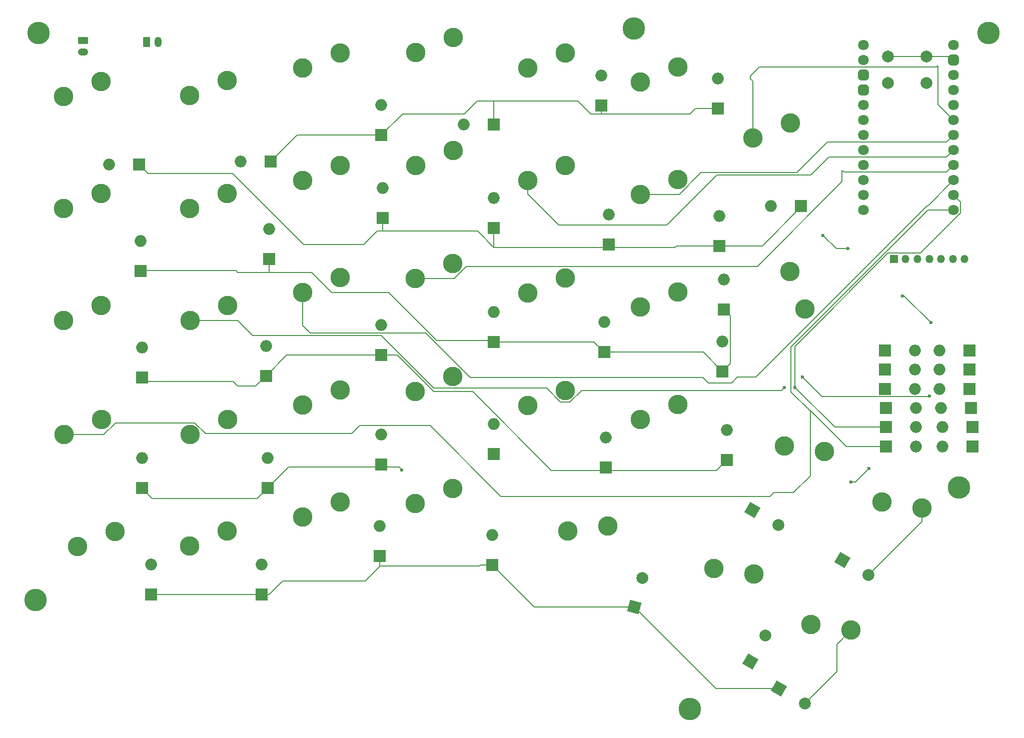
<source format=gtl>
%TF.GenerationSoftware,KiCad,Pcbnew,8.0.2-1*%
%TF.CreationDate,2024-06-04T23:34:33+02:00*%
%TF.ProjectId,keyboard,6b657962-6f61-4726-942e-6b696361645f,rev?*%
%TF.SameCoordinates,Original*%
%TF.FileFunction,Copper,L1,Top*%
%TF.FilePolarity,Positive*%
%FSLAX46Y46*%
G04 Gerber Fmt 4.6, Leading zero omitted, Abs format (unit mm)*
G04 Created by KiCad (PCBNEW 8.0.2-1) date 2024-06-04 23:34:33*
%MOMM*%
%LPD*%
G01*
G04 APERTURE LIST*
G04 Aperture macros list*
%AMRoundRect*
0 Rectangle with rounded corners*
0 $1 Rounding radius*
0 $2 $3 $4 $5 $6 $7 $8 $9 X,Y pos of 4 corners*
0 Add a 4 corners polygon primitive as box body*
4,1,4,$2,$3,$4,$5,$6,$7,$8,$9,$2,$3,0*
0 Add four circle primitives for the rounded corners*
1,1,$1+$1,$2,$3*
1,1,$1+$1,$4,$5*
1,1,$1+$1,$6,$7*
1,1,$1+$1,$8,$9*
0 Add four rect primitives between the rounded corners*
20,1,$1+$1,$2,$3,$4,$5,0*
20,1,$1+$1,$4,$5,$6,$7,0*
20,1,$1+$1,$6,$7,$8,$9,0*
20,1,$1+$1,$8,$9,$2,$3,0*%
%AMHorizOval*
0 Thick line with rounded ends*
0 $1 width*
0 $2 $3 position (X,Y) of the first rounded end (center of the circle)*
0 $4 $5 position (X,Y) of the second rounded end (center of the circle)*
0 Add line between two ends*
20,1,$1,$2,$3,$4,$5,0*
0 Add two circle primitives to create the rounded ends*
1,1,$1,$2,$3*
1,1,$1,$4,$5*%
%AMRotRect*
0 Rectangle, with rotation*
0 The origin of the aperture is its center*
0 $1 length*
0 $2 width*
0 $3 Rotation angle, in degrees counterclockwise*
0 Add horizontal line*
21,1,$1,$2,0,0,$3*%
G04 Aperture macros list end*
%TA.AperFunction,ComponentPad*%
%ADD10C,3.800000*%
%TD*%
%TA.AperFunction,ComponentPad*%
%ADD11C,1.800000*%
%TD*%
%TA.AperFunction,ComponentPad*%
%ADD12RoundRect,0.450000X-0.450000X-0.450000X0.450000X-0.450000X0.450000X0.450000X-0.450000X0.450000X0*%
%TD*%
%TA.AperFunction,ComponentPad*%
%ADD13R,1.350000X1.350000*%
%TD*%
%TA.AperFunction,ComponentPad*%
%ADD14O,1.350000X1.350000*%
%TD*%
%TA.AperFunction,ComponentPad*%
%ADD15R,2.000000X2.000000*%
%TD*%
%TA.AperFunction,ComponentPad*%
%ADD16O,2.000000X2.000000*%
%TD*%
%TA.AperFunction,ComponentPad*%
%ADD17C,3.300000*%
%TD*%
%TA.AperFunction,ComponentPad*%
%ADD18RotRect,2.000000X2.000000X330.000000*%
%TD*%
%TA.AperFunction,ComponentPad*%
%ADD19HorizOval,2.000000X0.000000X0.000000X0.000000X0.000000X0*%
%TD*%
%TA.AperFunction,ComponentPad*%
%ADD20RoundRect,0.250000X-0.625000X0.350000X-0.625000X-0.350000X0.625000X-0.350000X0.625000X0.350000X0*%
%TD*%
%TA.AperFunction,ComponentPad*%
%ADD21O,1.750000X1.200000*%
%TD*%
%TA.AperFunction,ComponentPad*%
%ADD22RotRect,2.000000X2.000000X60.000000*%
%TD*%
%TA.AperFunction,ComponentPad*%
%ADD23HorizOval,2.000000X0.000000X0.000000X0.000000X0.000000X0*%
%TD*%
%TA.AperFunction,ComponentPad*%
%ADD24RotRect,2.000000X2.000000X75.000000*%
%TD*%
%TA.AperFunction,ComponentPad*%
%ADD25HorizOval,2.000000X0.000000X0.000000X0.000000X0.000000X0*%
%TD*%
%TA.AperFunction,ComponentPad*%
%ADD26RoundRect,0.250000X-0.350000X-0.625000X0.350000X-0.625000X0.350000X0.625000X-0.350000X0.625000X0*%
%TD*%
%TA.AperFunction,ComponentPad*%
%ADD27O,1.200000X1.750000*%
%TD*%
%TA.AperFunction,ComponentPad*%
%ADD28C,2.000000*%
%TD*%
%TA.AperFunction,ViaPad*%
%ADD29C,0.600000*%
%TD*%
%TA.AperFunction,Conductor*%
%ADD30C,0.200000*%
%TD*%
G04 APERTURE END LIST*
D10*
%TO.P,H1,1*%
%TO.N,N/C*%
X198250000Y-107500000D03*
%TD*%
%TO.P,H2,1*%
%TO.N,N/C*%
X42500000Y-30500000D03*
%TD*%
%TO.P,H3,1*%
%TO.N,N/C*%
X152750000Y-145000000D03*
%TD*%
%TO.P,H6,1*%
%TO.N,N/C*%
X143250000Y-29750000D03*
%TD*%
D11*
%TO.P,U1,1,1*%
%TO.N,B-*%
X182130000Y-32530000D03*
%TO.P,U1,2,0*%
%TO.N,DISPL_CS*%
X182130000Y-35070000D03*
D12*
%TO.P,U1,3,GND*%
%TO.N,GND*%
X182130000Y-37610000D03*
%TO.P,U1,4,GND*%
X182130000Y-40150000D03*
D11*
%TO.P,U1,5,2*%
%TO.N,unconnected-(U1-2-Pad5)*%
X182130000Y-42690000D03*
%TO.P,U1,6,3*%
%TO.N,unconnected-(U1-3-Pad6)*%
X182130000Y-45230000D03*
%TO.P,U1,7,4*%
%TO.N,unconnected-(U1-4-Pad7)*%
X182130000Y-47770000D03*
%TO.P,U1,8,5*%
%TO.N,unconnected-(U1-5-Pad8)*%
X182130000Y-50310000D03*
%TO.P,U1,9,6*%
%TO.N,DISPL_DC*%
X182130000Y-52850000D03*
%TO.P,U1,10,7*%
%TO.N,DISPL_D1_MOSI*%
X182130000Y-55390000D03*
%TO.P,U1,11,8*%
%TO.N,DISPL_D0_SCK*%
X182130000Y-57930000D03*
%TO.P,U1,12,9*%
%TO.N,DISPL_RES*%
X182130000Y-60470000D03*
%TO.P,U1,13,B+*%
%TO.N,SW_B+*%
X197370000Y-32530000D03*
D12*
%TO.P,U1,14,GND*%
%TO.N,GND*%
X197370000Y-35070000D03*
D11*
%TO.P,U1,15,RST*%
%TO.N,RESET*%
X197370000Y-37610000D03*
%TO.P,U1,16,3.3v*%
%TO.N,VCC_3.3V*%
X197370000Y-40150000D03*
%TO.P,U1,17,21*%
%TO.N,Pin_Interrupt*%
X197370000Y-42690000D03*
%TO.P,U1,18,20*%
%TO.N,Pin_7*%
X197370000Y-45230000D03*
%TO.P,U1,19,19*%
%TO.N,Pin_6*%
X197370000Y-47770000D03*
%TO.P,U1,20,18*%
%TO.N,Pin_5*%
X197370000Y-50310000D03*
%TO.P,U1,21,15*%
%TO.N,Pin_4*%
X197370000Y-52850000D03*
%TO.P,U1,22,14*%
%TO.N,Pin_3*%
X197370000Y-55390000D03*
%TO.P,U1,23,16*%
%TO.N,Pin_2*%
X197370000Y-57930000D03*
%TO.P,U1,24,10*%
%TO.N,Pin_1*%
X197370000Y-60470000D03*
%TD*%
D10*
%TO.P,H7,1*%
%TO.N,N/C*%
X203250000Y-30500000D03*
%TD*%
%TO.P,H5,1*%
%TO.N,N/C*%
X42000000Y-126500000D03*
%TD*%
D13*
%TO.P,Display,1,Pin_1*%
%TO.N,GND*%
X187250000Y-68750000D03*
D14*
%TO.P,Display,2,Pin_2*%
%TO.N,VCC_3.3V*%
X189250000Y-68750000D03*
%TO.P,Display,3,Pin_3*%
%TO.N,DISPL_D0_SCK*%
X191250000Y-68750000D03*
%TO.P,Display,4,Pin_4*%
%TO.N,DISPL_D1_MOSI*%
X193250000Y-68750000D03*
%TO.P,Display,5,Pin_5*%
%TO.N,DISPL_RES*%
X195250000Y-68750000D03*
%TO.P,Display,6,Pin_6*%
%TO.N,DISPL_DC*%
X197250000Y-68750000D03*
%TO.P,Display,7,Pin_7*%
%TO.N,DISPL_CS*%
X199250000Y-68750000D03*
%TD*%
D15*
%TO.P,D[3:2]1,1,K*%
%TO.N,Net-(D[1:1]1-K)*%
X100750000Y-61790000D03*
D16*
%TO.P,D[3:2]1,2,A*%
%TO.N,Net-(D[3:2]1-A)*%
X100750000Y-56710000D03*
%TD*%
D17*
%TO.P,SW_[7:2]1,1,1*%
%TO.N,Pin_7*%
X169690000Y-70860000D03*
%TO.P,SW_[7:2]1,2,2*%
%TO.N,Net-(D[7:2]1-A)*%
X172230000Y-77210000D03*
%TD*%
%TO.P,SW_[1:4]1,1,1*%
%TO.N,Pin_1*%
X46770000Y-98460000D03*
%TO.P,SW_[1:4]1,2,2*%
%TO.N,Net-(D[1:4]1-A)*%
X53120000Y-95920000D03*
%TD*%
D15*
%TO.P,D_I_[6:2]1,1,K*%
%TO.N,Pin_Interrupt*%
X200040000Y-84250000D03*
D16*
%TO.P,D_I_[6:2]1,2,A*%
%TO.N,Net-(D[1:5]1-K)*%
X194960000Y-84250000D03*
%TD*%
D15*
%TO.P,D_I[1:2]1,1,K*%
%TO.N,Pin_Interrupt*%
X200540000Y-100500000D03*
D16*
%TO.P,D_I[1:2]1,2,A*%
%TO.N,Net-(DI_[1:1]1-A)*%
X195460000Y-100500000D03*
%TD*%
D15*
%TO.P,D[4:2]1,1,K*%
%TO.N,Net-(D[1:1]1-K)*%
X119500000Y-63540000D03*
D16*
%TO.P,D[4:2]1,2,A*%
%TO.N,Net-(D[4:2]1-A)*%
X119500000Y-58460000D03*
%TD*%
D15*
%TO.P,D[5:1]1,1,K*%
%TO.N,Net-(DI_[1:1]1-A)*%
X137750000Y-42790000D03*
D16*
%TO.P,D[5:1]1,2,A*%
%TO.N,Net-(D[5:1]1-A)*%
X137750000Y-37710000D03*
%TD*%
D15*
%TO.P,D[1:5]1,1,K*%
%TO.N,Net-(D[1:5]1-K)*%
X61540000Y-125540000D03*
D16*
%TO.P,D[1:5]1,2,A*%
%TO.N,Net-(D[1:5]1-A)*%
X61540000Y-120460000D03*
%TD*%
D15*
%TO.P,D[6:2]1,1,K*%
%TO.N,Net-(D[1:1]1-K)*%
X157750000Y-66540000D03*
D16*
%TO.P,D[6:2]1,2,A*%
%TO.N,Net-(D[6:2]1-A)*%
X157750000Y-61460000D03*
%TD*%
D15*
%TO.P,D_I_[2:1]1,1,K*%
%TO.N,Pin_2*%
X185960000Y-97250000D03*
D16*
%TO.P,D_I_[2:1]1,2,A*%
%TO.N,Net-(D[1:1]1-K)*%
X191040000Y-97250000D03*
%TD*%
D17*
%TO.P,SW_[6:1]1,1,1*%
%TO.N,Pin_6*%
X144340000Y-38760000D03*
%TO.P,SW_[6:1]1,2,2*%
%TO.N,Net-(D[6:1]1-A)*%
X150690000Y-36220000D03*
%TD*%
D15*
%TO.P,D_I_[2:2]1,1,K*%
%TO.N,Pin_Interrupt*%
X200540000Y-97250000D03*
D16*
%TO.P,D_I_[2:2]1,2,A*%
%TO.N,Net-(D[1:1]1-K)*%
X195460000Y-97250000D03*
%TD*%
D15*
%TO.P,D[5:2]1,1,K*%
%TO.N,Net-(D[1:1]1-K)*%
X139000000Y-66290000D03*
D16*
%TO.P,D[5:2]1,2,A*%
%TO.N,Net-(D[5:2]1-A)*%
X139000000Y-61210000D03*
%TD*%
D17*
%TO.P,SW_[2:4]1,1,1*%
%TO.N,Pin_2*%
X68110000Y-98460000D03*
%TO.P,SW_[2:4]1,2,2*%
%TO.N,Net-(D[2:4]1-A)*%
X74460000Y-95920000D03*
%TD*%
%TO.P,SW_[2:5]1,1,1*%
%TO.N,Pin_2*%
X68054800Y-117390500D03*
%TO.P,SW_[2:5]1,2,2*%
%TO.N,Net-(D[2:5]1-A)*%
X74404800Y-114850500D03*
%TD*%
D15*
%TO.P,D_I_[4:1]1,1,K*%
%TO.N,Pin_4*%
X185710000Y-90750000D03*
D16*
%TO.P,D_I_[4:1]1,2,A*%
%TO.N,Net-(D[1:3]1-K)*%
X190790000Y-90750000D03*
%TD*%
D17*
%TO.P,SW_[1:3]1,1,1*%
%TO.N,Pin_1*%
X46690000Y-79210000D03*
%TO.P,SW_[1:3]1,2,2*%
%TO.N,Net-(D[1:3]1-A)*%
X53040000Y-76670000D03*
%TD*%
D15*
%TO.P,D[6:1]1,1,K*%
%TO.N,Net-(DI_[1:1]1-A)*%
X157500000Y-43290000D03*
D16*
%TO.P,D[6:1]1,2,A*%
%TO.N,Net-(D[6:1]1-A)*%
X157500000Y-38210000D03*
%TD*%
D15*
%TO.P,D[4:5]1,1,K*%
%TO.N,Net-(D[1:5]1-K)*%
X119250000Y-120540000D03*
D16*
%TO.P,D[4:5]1,2,A*%
%TO.N,Net-(D[4:5]1-A)*%
X119250000Y-115460000D03*
%TD*%
D18*
%TO.P,D[7:3]1,1,K*%
%TO.N,Net-(D[1:3]1-K)*%
X163300296Y-111230000D03*
D19*
%TO.P,D[7:3]1,2,A*%
%TO.N,Net-(D[7:3]1-A)*%
X167699705Y-113770000D03*
%TD*%
D17*
%TO.P,SW_[6:5]1,1,1*%
%TO.N,Pin_6*%
X156770444Y-121145295D03*
%TO.P,SW_[6:5]1,2,2*%
%TO.N,Net-(D[6:5]1-A)*%
X163539705Y-122120591D03*
%TD*%
%TO.P,SW_[2:2]1,1,1*%
%TO.N,Pin_2*%
X68054800Y-60210000D03*
%TO.P,SW_[2:2]1,2,2*%
%TO.N,Net-(D[2:2]1-A)*%
X74404800Y-57670000D03*
%TD*%
D20*
%TO.P,Battery1,1,Pin_1*%
%TO.N,B+*%
X50000000Y-31750000D03*
D21*
%TO.P,Battery1,2,Pin_2*%
%TO.N,B-*%
X50000000Y-33750000D03*
%TD*%
D17*
%TO.P,SW_[4:3]1,1,1*%
%TO.N,Pin_4*%
X106254800Y-72090500D03*
%TO.P,SW_[4:3]1,2,2*%
%TO.N,Net-(D[4:3]1-A)*%
X112604800Y-69550500D03*
%TD*%
D15*
%TO.P,D[1:1]1,1,K*%
%TO.N,Net-(D[1:1]1-K)*%
X59540000Y-52750000D03*
D16*
%TO.P,D[1:1]1,2,A*%
%TO.N,Net-(D[1:1]1-A)*%
X54460000Y-52750000D03*
%TD*%
D15*
%TO.P,D[4:1]1,1,K*%
%TO.N,Net-(DI_[1:1]1-A)*%
X119540000Y-46000000D03*
D16*
%TO.P,D[4:1]1,2,A*%
%TO.N,Net-(D[4:1]1-A)*%
X114460000Y-46000000D03*
%TD*%
D15*
%TO.P,D[2:4]1,1,K*%
%TO.N,Net-(D[1:4]1-K)*%
X81250000Y-107540000D03*
D16*
%TO.P,D[2:4]1,2,A*%
%TO.N,Net-(D[2:4]1-A)*%
X81250000Y-102460000D03*
%TD*%
%TO.P,D[1:4]1,2,A*%
%TO.N,Net-(D[1:4]1-A)*%
X60000000Y-102460000D03*
D15*
%TO.P,D[1:4]1,1,K*%
%TO.N,Net-(D[1:4]1-K)*%
X60000000Y-107540000D03*
%TD*%
D22*
%TO.P,D[6:5]1,1,K*%
%TO.N,Net-(D[1:4]1-K)*%
X162980000Y-136949705D03*
D23*
%TO.P,D[6:5]1,2,A*%
%TO.N,Net-(D[6:5]1-A)*%
X165520000Y-132550296D03*
%TD*%
D17*
%TO.P,SW_[6:4]1,1,1*%
%TO.N,Pin_6*%
X144340000Y-95910000D03*
%TO.P,SW_[6:4]1,2,2*%
%TO.N,Net-(D[6:4]1-A)*%
X150690000Y-93370000D03*
%TD*%
%TO.P,SW_[5:5]1,1,1*%
%TO.N,Pin_5*%
X132070323Y-114795649D03*
%TO.P,SW_[5:5]1,2,2*%
%TO.N,Net-(D[5:5]1-A)*%
X138861354Y-113985696D03*
%TD*%
D15*
%TO.P,D[6:4]1,1,K*%
%TO.N,Net-(D[1:3]1-K)*%
X159000000Y-102790000D03*
D16*
%TO.P,D[6:4]1,2,A*%
%TO.N,Net-(D[6:4]1-A)*%
X159000000Y-97710000D03*
%TD*%
D17*
%TO.P,SW_[7:3]1,1,1*%
%TO.N,Pin_7*%
X168721044Y-100405295D03*
%TO.P,SW_[7:3]1,2,2*%
%TO.N,Net-(D[7:3]1-A)*%
X175490305Y-101380591D03*
%TD*%
%TO.P,SW_[3:1]1,1,1*%
%TO.N,Pin_3*%
X87190000Y-36410600D03*
%TO.P,SW_[3:1]1,2,2*%
%TO.N,Net-(D[3:1]1-A)*%
X93540000Y-33870600D03*
%TD*%
D15*
%TO.P,D_I_[5:1]1,1,K*%
%TO.N,Pin_5*%
X185710000Y-87500000D03*
D16*
%TO.P,D_I_[5:1]1,2,A*%
%TO.N,Net-(D[1:4]1-K)*%
X190790000Y-87500000D03*
%TD*%
D17*
%TO.P,SW_[6:2]1,1,1*%
%TO.N,Pin_6*%
X144340000Y-57810000D03*
%TO.P,SW_[6:2]1,2,2*%
%TO.N,Net-(D[6:2]1-A)*%
X150690000Y-55270000D03*
%TD*%
D15*
%TO.P,D[5:4]1,1,K*%
%TO.N,Net-(D[1:3]1-K)*%
X138500000Y-104040000D03*
D16*
%TO.P,D[5:4]1,2,A*%
%TO.N,Net-(D[5:4]1-A)*%
X138500000Y-98960000D03*
%TD*%
D24*
%TO.P,D[5:5]1,1,K*%
%TO.N,Net-(D[1:5]1-K)*%
X143342600Y-127703452D03*
D25*
%TO.P,D[5:5]1,2,A*%
%TO.N,Net-(D[5:5]1-A)*%
X144657401Y-122796549D03*
%TD*%
D15*
%TO.P,D[1:2]1,1,K*%
%TO.N,Net-(D[1:2]1-K)*%
X59750000Y-70790000D03*
D16*
%TO.P,D[1:2]1,2,A*%
%TO.N,Net-(D[1:2]1-A)*%
X59750000Y-65710000D03*
%TD*%
D15*
%TO.P,D[2:3]1,1,K*%
%TO.N,Net-(D[1:3]1-K)*%
X81000000Y-88540000D03*
D16*
%TO.P,D[2:3]1,2,A*%
%TO.N,Net-(D[2:3]1-A)*%
X81000000Y-83460000D03*
%TD*%
D17*
%TO.P,SW_[5:3]1,1,1*%
%TO.N,Pin_5*%
X125290000Y-74510000D03*
%TO.P,SW_[5:3]1,2,2*%
%TO.N,Net-(D[5:3]1-A)*%
X131640000Y-71970000D03*
%TD*%
D15*
%TO.P,D[2:2]1,1,K*%
%TO.N,Net-(D[1:2]1-K)*%
X81500000Y-68790000D03*
D16*
%TO.P,D[2:2]1,2,A*%
%TO.N,Net-(D[2:2]1-A)*%
X81500000Y-63710000D03*
%TD*%
D17*
%TO.P,SW_[3:4]1,1,1*%
%TO.N,Pin_3*%
X87190000Y-93460000D03*
%TO.P,SW_[3:4]1,2,2*%
%TO.N,Net-(D[3:4]1-A)*%
X93540000Y-90920000D03*
%TD*%
D15*
%TO.P,D[3:5]1,1,K*%
%TO.N,Net-(D[1:5]1-K)*%
X100250000Y-119040000D03*
D16*
%TO.P,D[3:5]1,2,A*%
%TO.N,Net-(D[3:5]1-A)*%
X100250000Y-113960000D03*
%TD*%
D15*
%TO.P,D[1:3]1,1,K*%
%TO.N,Net-(D[1:3]1-K)*%
X60000000Y-88790000D03*
D16*
%TO.P,D[1:3]1,2,A*%
%TO.N,Net-(D[1:3]1-A)*%
X60000000Y-83710000D03*
%TD*%
D15*
%TO.P,D[4:4]1,1,K*%
%TO.N,Net-(D[1:4]1-K)*%
X119500000Y-101790000D03*
D16*
%TO.P,D[4:4]1,2,A*%
%TO.N,Net-(D[4:4]1-A)*%
X119500000Y-96710000D03*
%TD*%
D15*
%TO.P,D_I_[5:2]1,1,K*%
%TO.N,Pin_Interrupt*%
X200040000Y-87500000D03*
D16*
%TO.P,D_I_[5:2]1,2,A*%
%TO.N,Net-(D[1:4]1-K)*%
X194960000Y-87500000D03*
%TD*%
D17*
%TO.P,SW_[5:1]1,1,1*%
%TO.N,Pin_5*%
X125290000Y-36410000D03*
%TO.P,SW_[5:1]1,2,2*%
%TO.N,Net-(D[5:1]1-A)*%
X131640000Y-33870000D03*
%TD*%
D15*
%TO.P,D[7:1]1,1,K*%
%TO.N,Net-(D[1:1]1-K)*%
X171540000Y-59750000D03*
D16*
%TO.P,D[7:1]1,2,A*%
%TO.N,Net-(D[7:1]1-A)*%
X166460000Y-59750000D03*
%TD*%
D15*
%TO.P,DI_[1:1]1,1,K*%
%TO.N,Pin_1*%
X185960000Y-100500000D03*
D16*
%TO.P,DI_[1:1]1,2,A*%
%TO.N,Net-(DI_[1:1]1-A)*%
X191040000Y-100500000D03*
%TD*%
D17*
%TO.P,SW_[4:5]1,1,1*%
%TO.N,Pin_4*%
X106270000Y-110210000D03*
%TO.P,SW_[4:5]1,2,2*%
%TO.N,Net-(D[4:5]1-A)*%
X112620000Y-107670000D03*
%TD*%
%TO.P,SW_[1:5]1,1,1*%
%TO.N,Pin_1*%
X49110000Y-117460000D03*
%TO.P,SW_[1:5]1,2,2*%
%TO.N,Net-(D[1:5]1-A)*%
X55460000Y-114920000D03*
%TD*%
D15*
%TO.P,D_I_[3:1]1,1,K*%
%TO.N,Pin_3*%
X185920000Y-94000000D03*
D16*
%TO.P,D_I_[3:1]1,2,A*%
%TO.N,Net-(D[1:2]1-K)*%
X191000000Y-94000000D03*
%TD*%
D17*
%TO.P,SW_[4:4]1,1,1*%
%TO.N,Pin_4*%
X106270000Y-91210000D03*
%TO.P,SW_[4:4]1,2,2*%
%TO.N,Net-(D[4:4]1-A)*%
X112620000Y-88670000D03*
%TD*%
%TO.P,SW_[2:1]1,1,1*%
%TO.N,Pin_2*%
X68070000Y-41060000D03*
%TO.P,SW_[2:1]1,2,2*%
%TO.N,Net-(D[2:1]1-A)*%
X74420000Y-38520000D03*
%TD*%
D15*
%TO.P,D[7:2]1,1,K*%
%TO.N,Net-(D[1:2]1-K)*%
X158500000Y-77290000D03*
D16*
%TO.P,D[7:2]1,2,A*%
%TO.N,Net-(D[7:2]1-A)*%
X158500000Y-72210000D03*
%TD*%
D17*
%TO.P,SW_[5:4]1,1,1*%
%TO.N,Pin_5*%
X125290000Y-93560000D03*
%TO.P,SW_[5:4]1,2,2*%
%TO.N,Net-(D[5:4]1-A)*%
X131640000Y-91020000D03*
%TD*%
D15*
%TO.P,D[2:5]1,1,K*%
%TO.N,Net-(D[1:5]1-K)*%
X80250000Y-125540000D03*
D16*
%TO.P,D[2:5]1,2,A*%
%TO.N,Net-(D[2:5]1-A)*%
X80250000Y-120460000D03*
%TD*%
D18*
%TO.P,D[7:5]1,1,K*%
%TO.N,Net-(D[1:5]1-K)*%
X167800295Y-141480000D03*
D19*
%TO.P,D[7:5]1,2,A*%
%TO.N,Net-(D[7:5]1-A)*%
X172199704Y-144020000D03*
%TD*%
D17*
%TO.P,SW_[2:3]1,1,1*%
%TO.N,Pin_2*%
X68110000Y-79210000D03*
%TO.P,SW_[2:3]1,2,2*%
%TO.N,Net-(D[2:3]1-A)*%
X74460000Y-76670000D03*
%TD*%
D26*
%TO.P,ON/OFF1,1,Pin_1*%
%TO.N,B+*%
X60750000Y-32000000D03*
D27*
%TO.P,ON/OFF1,2,Pin_2*%
%TO.N,SW_B+*%
X62750000Y-32000000D03*
%TD*%
D17*
%TO.P,SW_[4:2]1,2,2*%
%TO.N,Net-(D[4:2]1-A)*%
X112640000Y-50420000D03*
%TO.P,SW_[4:2]1,1,1*%
%TO.N,Pin_4*%
X106290000Y-52960000D03*
%TD*%
D28*
%TO.P,SW1,1*%
%TO.N,GND*%
X192750000Y-34500000D03*
X186250000Y-34500000D03*
%TO.P,SW1,2*%
%TO.N,RESET*%
X192750000Y-39000000D03*
X186250000Y-39000000D03*
%TD*%
D17*
%TO.P,SW_[4:1]1,1,1*%
%TO.N,Pin_4*%
X106290000Y-33810000D03*
%TO.P,SW_[4:1]1,2,2*%
%TO.N,Net-(D[4:1]1-A)*%
X112640000Y-31270000D03*
%TD*%
D18*
%TO.P,D[7:4]1,1,K*%
%TO.N,Net-(D[1:4]1-K)*%
X178550295Y-119730000D03*
D19*
%TO.P,D[7:4]1,2,A*%
%TO.N,Net-(D[7:4]1-A)*%
X182949704Y-122270000D03*
%TD*%
D17*
%TO.P,SW_[3:5]1,1,1*%
%TO.N,Pin_3*%
X87190000Y-112460000D03*
%TO.P,SW_[3:5]1,2,2*%
%TO.N,Net-(D[3:5]1-A)*%
X93540000Y-109920000D03*
%TD*%
D15*
%TO.P,D[3:3]1,1,K*%
%TO.N,Net-(D[1:3]1-K)*%
X100500000Y-85040000D03*
D16*
%TO.P,D[3:3]1,2,A*%
%TO.N,Net-(D[3:3]1-A)*%
X100500000Y-79960000D03*
%TD*%
D15*
%TO.P,D[3:4]1,1,K*%
%TO.N,Net-(D[1:4]1-K)*%
X100500000Y-103540000D03*
D16*
%TO.P,D[3:4]1,2,A*%
%TO.N,Net-(D[3:4]1-A)*%
X100500000Y-98460000D03*
%TD*%
D17*
%TO.P,SW_[7:4]1,1,1*%
%TO.N,Pin_7*%
X185270444Y-109945295D03*
%TO.P,SW_[7:4]1,2,2*%
%TO.N,Net-(D[7:4]1-A)*%
X192039705Y-110920591D03*
%TD*%
%TO.P,SW_[1:1]1,1,1*%
%TO.N,Pin_1*%
X46690000Y-41210000D03*
%TO.P,SW_[1:1]1,2,2*%
%TO.N,Net-(D[1:1]1-A)*%
X53040000Y-38670000D03*
%TD*%
D15*
%TO.P,D_I_[4:2]1,1,K*%
%TO.N,Pin_Interrupt*%
X200040000Y-90750000D03*
D16*
%TO.P,D_I_[4:2]1,2,A*%
%TO.N,Net-(D[1:3]1-K)*%
X194960000Y-90750000D03*
%TD*%
D15*
%TO.P,D_I_[3:2]1,1,K*%
%TO.N,Pin_Interrupt*%
X200290000Y-94000000D03*
D16*
%TO.P,D_I_[3:2]1,2,A*%
%TO.N,Net-(D[1:2]1-K)*%
X195210000Y-94000000D03*
%TD*%
D15*
%TO.P,D_I_[6:1]1,1,K*%
%TO.N,Pin_6*%
X185710000Y-84250000D03*
D16*
%TO.P,D_I_[6:1]1,2,A*%
%TO.N,Net-(D[1:5]1-K)*%
X190790000Y-84250000D03*
%TD*%
D17*
%TO.P,SW_[5:2]1,1,1*%
%TO.N,Pin_5*%
X125290000Y-55460000D03*
%TO.P,SW_[5:2]1,2,2*%
%TO.N,Net-(D[5:2]1-A)*%
X131640000Y-52920000D03*
%TD*%
D15*
%TO.P,D[6:3]1,1,K*%
%TO.N,Net-(D[1:2]1-K)*%
X158250000Y-87790000D03*
D16*
%TO.P,D[6:3]1,2,A*%
%TO.N,Net-(D[6:3]1-A)*%
X158250000Y-82710000D03*
%TD*%
D17*
%TO.P,SW_[3:2]1,1,1*%
%TO.N,Pin_3*%
X87190000Y-55460100D03*
%TO.P,SW_[3:2]1,2,2*%
%TO.N,Net-(D[3:2]1-A)*%
X93540000Y-52920100D03*
%TD*%
D15*
%TO.P,D[5:3]1,1,K*%
%TO.N,Net-(D[1:2]1-K)*%
X138250000Y-84540000D03*
D16*
%TO.P,D[5:3]1,2,A*%
%TO.N,Net-(D[5:3]1-A)*%
X138250000Y-79460000D03*
%TD*%
D15*
%TO.P,D[4:3]1,1,K*%
%TO.N,Net-(D[1:2]1-K)*%
X119500000Y-82790000D03*
D16*
%TO.P,D[4:3]1,2,A*%
%TO.N,Net-(D[4:3]1-A)*%
X119500000Y-77710000D03*
%TD*%
D17*
%TO.P,SW_[1:2]1,1,1*%
%TO.N,Pin_1*%
X46690000Y-60210000D03*
%TO.P,SW_[1:2]1,2,2*%
%TO.N,Net-(D[1:2]1-A)*%
X53040000Y-57670000D03*
%TD*%
D16*
%TO.P,D[2:1]1,2,A*%
%TO.N,Net-(D[2:1]1-A)*%
X76710000Y-52250000D03*
D15*
%TO.P,D[2:1]1,1,K*%
%TO.N,Net-(DI_[1:1]1-A)*%
X81790000Y-52250000D03*
%TD*%
D17*
%TO.P,SW_[3:3]1,1,1*%
%TO.N,Pin_3*%
X87190000Y-74460000D03*
%TO.P,SW_[3:3]1,2,2*%
%TO.N,Net-(D[3:3]1-A)*%
X93540000Y-71920000D03*
%TD*%
%TO.P,SW_[7:1]1,1,1*%
%TO.N,Pin_7*%
X163390000Y-48310000D03*
%TO.P,SW_[7:1]1,2,2*%
%TO.N,Net-(D[7:1]1-A)*%
X169740000Y-45770000D03*
%TD*%
D16*
%TO.P,D[3:1]1,2,A*%
%TO.N,Net-(D[3:1]1-A)*%
X100500000Y-42710000D03*
D15*
%TO.P,D[3:1]1,1,K*%
%TO.N,Net-(DI_[1:1]1-A)*%
X100500000Y-47790000D03*
%TD*%
D17*
%TO.P,SW_[7:5]1,1,1*%
%TO.N,Pin_7*%
X173220444Y-130645295D03*
%TO.P,SW_[7:5]1,2,2*%
%TO.N,Net-(D[7:5]1-A)*%
X179989705Y-131620591D03*
%TD*%
%TO.P,SW_[6:3]1,1,1*%
%TO.N,Pin_6*%
X144340000Y-76890500D03*
%TO.P,SW_[6:3]1,2,2*%
%TO.N,Net-(D[6:3]1-A)*%
X150690000Y-74350500D03*
%TD*%
D29*
%TO.N,Net-(D[1:4]1-K)*%
X104000000Y-104500000D03*
%TO.N,Pin_2*%
X168750000Y-90500000D03*
X170500000Y-90500000D03*
%TO.N,Net-(D[1:1]1-K)*%
X188750000Y-75000000D03*
X179500000Y-67000000D03*
X193500000Y-79500000D03*
X175250000Y-64750000D03*
%TO.N,Net-(D[1:2]1-K)*%
X171750000Y-88750000D03*
X193250000Y-92000000D03*
%TO.N,Net-(D[1:3]1-K)*%
X180000000Y-106500000D03*
X183000000Y-104250000D03*
%TD*%
D30*
%TO.N,Net-(D[1:4]1-K)*%
X98750000Y-104000000D02*
X98500000Y-104000000D01*
X98500000Y-104000000D02*
X84790000Y-104000000D01*
X99290000Y-104000000D02*
X98500000Y-104000000D01*
X60000000Y-107540000D02*
X61750000Y-109290000D01*
%TO.N,Net-(DI_[1:1]1-A)*%
X81790000Y-52250000D02*
X86250000Y-47790000D01*
X86250000Y-47790000D02*
X100500000Y-47790000D01*
X100500000Y-47790000D02*
X104090000Y-44200000D01*
X114538300Y-44200000D02*
X116738300Y-42000000D01*
X116738300Y-42000000D02*
X119500000Y-42000000D01*
X104090000Y-44200000D02*
X114538300Y-44200000D01*
X119540000Y-46000000D02*
X119540000Y-42040000D01*
X119540000Y-42040000D02*
X119500000Y-42000000D01*
X119500000Y-42000000D02*
X133738300Y-42000000D01*
X152738300Y-44250000D02*
X137750000Y-44250000D01*
X137750000Y-44250000D02*
X137290000Y-44250000D01*
X137750000Y-42790000D02*
X137750000Y-44250000D01*
X157500000Y-43290000D02*
X153698300Y-43290000D01*
X153698300Y-43290000D02*
X152738300Y-44250000D01*
%TO.N,Net-(D[1:1]1-K)*%
X171540000Y-59750000D02*
X171540000Y-60000000D01*
X171540000Y-60000000D02*
X165000000Y-66540000D01*
%TO.N,Net-(D[1:2]1-K)*%
X88722500Y-71040000D02*
X81500000Y-71040000D01*
X81500000Y-71040000D02*
X77500000Y-71040000D01*
X81500000Y-68790000D02*
X81500000Y-71040000D01*
%TO.N,Net-(D[1:1]1-K)*%
X115500000Y-64040000D02*
X100750000Y-64040000D01*
X100750000Y-64040000D02*
X99801700Y-64040000D01*
X100750000Y-61790000D02*
X100750000Y-64040000D01*
X119500000Y-63540000D02*
X119500000Y-66738300D01*
X119500000Y-66738300D02*
X119551700Y-66790000D01*
X150198300Y-66790000D02*
X138750000Y-66790000D01*
X138750000Y-66790000D02*
X134500000Y-66790000D01*
X138500000Y-66540000D02*
X138750000Y-66790000D01*
%TO.N,Pin_6*%
X154600000Y-54150000D02*
X150940000Y-57810000D01*
%TO.N,Net-(D[1:1]1-K)*%
X157750000Y-66540000D02*
X165000000Y-66540000D01*
%TO.N,Pin_5*%
X173200000Y-54550000D02*
X157264775Y-54550000D01*
X197370000Y-50310000D02*
X196170000Y-51510000D01*
X176240000Y-51510000D02*
X173200000Y-54550000D01*
%TO.N,Pin_6*%
X176030000Y-48970000D02*
X170850000Y-54150000D01*
%TO.N,Pin_5*%
X157264775Y-54550000D02*
X148804775Y-63010000D01*
X125290000Y-57793452D02*
X125290000Y-55460000D01*
X130506548Y-63010000D02*
X125290000Y-57793452D01*
%TO.N,Pin_6*%
X197370000Y-47770000D02*
X196170000Y-48970000D01*
X196170000Y-48970000D02*
X176030000Y-48970000D01*
%TO.N,Pin_5*%
X148804775Y-63010000D02*
X130506548Y-63010000D01*
%TO.N,Pin_6*%
X150940000Y-57810000D02*
X144340000Y-57810000D01*
%TO.N,Pin_5*%
X196170000Y-51510000D02*
X176240000Y-51510000D01*
%TO.N,Pin_6*%
X170850000Y-54150000D02*
X154600000Y-54150000D01*
%TO.N,Net-(D[1:1]1-K)*%
X157750000Y-66540000D02*
X150448300Y-66540000D01*
X150448300Y-66540000D02*
X150198300Y-66790000D01*
%TO.N,Net-(D[1:2]1-K)*%
X158500000Y-77290000D02*
X159550000Y-78340000D01*
X159550000Y-78340000D02*
X159550000Y-86490000D01*
X159550000Y-86490000D02*
X158250000Y-87790000D01*
X138250000Y-84540000D02*
X155000000Y-84540000D01*
X155000000Y-84540000D02*
X158250000Y-87790000D01*
X119500000Y-82790000D02*
X136500000Y-82790000D01*
X136500000Y-82790000D02*
X138250000Y-84540000D01*
X119500000Y-82790000D02*
X119250000Y-82540000D01*
X119250000Y-82540000D02*
X109855686Y-82540000D01*
X101771586Y-74455900D02*
X92138400Y-74455900D01*
X92138400Y-74455900D02*
X88722500Y-71040000D01*
X109855686Y-82540000D02*
X101771586Y-74455900D01*
%TO.N,Net-(D[1:3]1-K)*%
X81000000Y-88540000D02*
X84500000Y-85040000D01*
X84500000Y-85040000D02*
X100500000Y-85040000D01*
X100500000Y-85040000D02*
X103224314Y-85040000D01*
X103224314Y-85040000D02*
X109386314Y-91202000D01*
X115966500Y-91202000D02*
X129304500Y-104540000D01*
X109386314Y-91202000D02*
X115966500Y-91202000D01*
X129304500Y-104540000D02*
X138500000Y-104540000D01*
X60000000Y-88790000D02*
X60710000Y-89500000D01*
X60710000Y-89500000D02*
X75408300Y-89500000D01*
X79250000Y-90290000D02*
X81000000Y-88540000D01*
X75408300Y-89500000D02*
X76198300Y-90290000D01*
X76198300Y-90290000D02*
X79250000Y-90290000D01*
%TO.N,Net-(D[1:4]1-K)*%
X103500000Y-104000000D02*
X98750000Y-104000000D01*
X98750000Y-104000000D02*
X99290000Y-104000000D01*
X104000000Y-104500000D02*
X103500000Y-104000000D01*
X84790000Y-104000000D02*
X81250000Y-107540000D01*
%TO.N,Pin_1*%
X166250000Y-109000000D02*
X120750000Y-109000000D01*
X170242875Y-108332500D02*
X166917500Y-108332500D01*
X173094500Y-94500000D02*
X173094500Y-105480875D01*
X55490000Y-96510000D02*
X53540000Y-98460000D01*
X166917500Y-108332500D02*
X166250000Y-109000000D01*
X120750000Y-109000000D02*
X108750000Y-97000000D01*
X108750000Y-97000000D02*
X96812412Y-97000000D01*
X173094500Y-105480875D02*
X170242875Y-108332500D01*
X96812412Y-97000000D02*
X95468512Y-98343900D01*
X95468512Y-98343900D02*
X70751617Y-98343900D01*
X70751617Y-98343900D02*
X68917717Y-96510000D01*
X68917717Y-96510000D02*
X55490000Y-96510000D01*
X53540000Y-98460000D02*
X46770000Y-98460000D01*
%TO.N,Net-(D[1:3]1-K)*%
X138500000Y-104540000D02*
X157250000Y-104540000D01*
X157250000Y-104540000D02*
X159000000Y-102790000D01*
%TO.N,Net-(D[7:4]1-A)*%
X182949704Y-122270000D02*
X192039705Y-113179999D01*
X192039705Y-113179999D02*
X192039705Y-110920591D01*
%TO.N,Net-(D[7:5]1-A)*%
X172199704Y-144020000D02*
X177593900Y-138625804D01*
X177593900Y-138625804D02*
X177593900Y-134016396D01*
X177593900Y-134016396D02*
X179989705Y-131620591D01*
%TO.N,Net-(D[1:5]1-K)*%
X167800295Y-141480000D02*
X157119148Y-141480000D01*
X157119148Y-141480000D02*
X143342600Y-127703452D01*
X119250000Y-120540000D02*
X126413452Y-127703452D01*
X126413452Y-127703452D02*
X143342600Y-127703452D01*
X119250000Y-120540000D02*
X117301700Y-120540000D01*
X117301700Y-120540000D02*
X117051700Y-120790000D01*
X100250000Y-119040000D02*
X100250000Y-120738300D01*
X100250000Y-120738300D02*
X100301700Y-120790000D01*
%TO.N,Net-(D[1:4]1-K)*%
X79500000Y-109290000D02*
X81250000Y-107540000D01*
X61750000Y-109290000D02*
X79500000Y-109290000D01*
%TO.N,Net-(D[1:2]1-K)*%
X59750000Y-70790000D02*
X59790000Y-70750000D01*
X59790000Y-70750000D02*
X75908300Y-70750000D01*
X75908300Y-70750000D02*
X76198300Y-71040000D01*
X76198300Y-71040000D02*
X77500000Y-71040000D01*
%TO.N,Net-(D[1:1]1-K)*%
X59540000Y-52750000D02*
X61040000Y-54250000D01*
X61040000Y-54250000D02*
X75337700Y-54250000D01*
X75337700Y-54250000D02*
X87377700Y-66290000D01*
X87377700Y-66290000D02*
X96250000Y-66290000D01*
%TO.N,Pin_2*%
X109370000Y-90620000D02*
X100500000Y-81750000D01*
X198570000Y-60967057D02*
X191762057Y-67775000D01*
X76192412Y-79210000D02*
X68110000Y-79210000D01*
X134417717Y-91000000D02*
X132447717Y-92970000D01*
X185960000Y-97250000D02*
X177250000Y-97250000D01*
X128482283Y-90620000D02*
X109370000Y-90620000D01*
X100500000Y-81750000D02*
X78732412Y-81750000D01*
X186275000Y-67775000D02*
X170500000Y-83550000D01*
X198570000Y-59130000D02*
X198570000Y-60967057D01*
X177250000Y-97250000D02*
X170500000Y-90500000D01*
X132447717Y-92970000D02*
X130832283Y-92970000D01*
X130832283Y-92970000D02*
X128482283Y-90620000D01*
X168250000Y-91000000D02*
X134417717Y-91000000D01*
X191762057Y-67775000D02*
X186275000Y-67775000D01*
X197370000Y-57930000D02*
X198570000Y-59130000D01*
X170500000Y-83550000D02*
X170500000Y-90500000D01*
X168750000Y-90500000D02*
X168250000Y-91000000D01*
X78732412Y-81750000D02*
X76192412Y-79210000D01*
%TO.N,Pin_4*%
X164120000Y-70020000D02*
X114893017Y-70020000D01*
X114893017Y-70020000D02*
X112822517Y-72090500D01*
X178500000Y-55640000D02*
X164120000Y-70020000D01*
X178500000Y-53750000D02*
X178500000Y-55640000D01*
X196170000Y-54050000D02*
X178800000Y-54050000D01*
X112822517Y-72090500D02*
X106254800Y-72090500D01*
X197370000Y-52850000D02*
X196170000Y-54050000D01*
X178800000Y-54050000D02*
X178500000Y-53750000D01*
%TO.N,Pin_7*%
X163000000Y-38250000D02*
X163390000Y-38640000D01*
X163390000Y-38640000D02*
X163390000Y-48310000D01*
X164480000Y-36270000D02*
X163000000Y-37750000D01*
X194480000Y-36270000D02*
X164480000Y-36270000D01*
X194750000Y-42610000D02*
X194750000Y-36000000D01*
X197370000Y-45230000D02*
X194750000Y-42610000D01*
X194750000Y-36000000D02*
X194480000Y-36270000D01*
X163000000Y-37750000D02*
X163000000Y-38250000D01*
%TO.N,Pin_1*%
X179189000Y-100500000D02*
X173094500Y-94405500D01*
X193014314Y-60470000D02*
X169850000Y-83634314D01*
X169850000Y-83634314D02*
X169850000Y-91255500D01*
X173094500Y-94405500D02*
X173094500Y-94500000D01*
X197370000Y-60470000D02*
X193014314Y-60470000D01*
X169850000Y-91255500D02*
X173094500Y-94500000D01*
X185960000Y-100500000D02*
X179189000Y-100500000D01*
%TO.N,GND*%
X196800000Y-34500000D02*
X197370000Y-35070000D01*
X186250000Y-34500000D02*
X192750000Y-34500000D01*
X192750000Y-34500000D02*
X196800000Y-34500000D01*
%TO.N,Net-(DI_[1:1]1-A)*%
X133738300Y-42000000D02*
X135988300Y-44250000D01*
X137290000Y-44250000D02*
X135988300Y-44250000D01*
%TO.N,Net-(D[1:1]1-K)*%
X134500000Y-66790000D02*
X119551700Y-66790000D01*
X189000000Y-75000000D02*
X188750000Y-75000000D01*
X96250000Y-66290000D02*
X97551700Y-66290000D01*
X119551700Y-66790000D02*
X116801700Y-64040000D01*
X116150900Y-64040000D02*
X116801700Y-64040000D01*
X193500000Y-79500000D02*
X189000000Y-75000000D01*
X179500000Y-67000000D02*
X177500000Y-67000000D01*
X116150900Y-64040000D02*
X115500000Y-64040000D01*
X177500000Y-67000000D02*
X175250000Y-64750000D01*
X99801700Y-64040000D02*
X97551700Y-66290000D01*
%TO.N,Net-(D[1:2]1-K)*%
X193200000Y-92050000D02*
X175050000Y-92050000D01*
X175050000Y-92050000D02*
X171750000Y-88750000D01*
X193250000Y-92000000D02*
X193200000Y-92050000D01*
%TO.N,Net-(D[1:3]1-K)*%
X180750000Y-106500000D02*
X180000000Y-106500000D01*
X183000000Y-104250000D02*
X180750000Y-106500000D01*
%TO.N,Net-(D[1:5]1-K)*%
X97150900Y-123290000D02*
X96500000Y-123290000D01*
X96500000Y-123290000D02*
X83801700Y-123290000D01*
X80250000Y-125540000D02*
X81551700Y-125540000D01*
X61540000Y-125540000D02*
X80250000Y-125540000D01*
X116400900Y-120790000D02*
X115750000Y-120790000D01*
X100301700Y-120790000D02*
X97801700Y-123290000D01*
X116400900Y-120790000D02*
X117051700Y-120790000D01*
X115750000Y-120790000D02*
X100301700Y-120790000D01*
X97150900Y-123290000D02*
X97801700Y-123290000D01*
X83801700Y-123290000D02*
X81551700Y-125540000D01*
%TO.N,Pin_3*%
X87190000Y-80002412D02*
X87190000Y-74460000D01*
X88447588Y-81260000D02*
X87190000Y-80002412D01*
X108010000Y-81260000D02*
X88447588Y-81260000D01*
X115590000Y-88840000D02*
X108010000Y-81260000D01*
X155820000Y-89750000D02*
X154910000Y-88840000D01*
X154910000Y-88840000D02*
X115590000Y-88840000D01*
X159801522Y-89750000D02*
X155820000Y-89750000D01*
X197370000Y-55390000D02*
X193089999Y-59670001D01*
X160801522Y-88750000D02*
X159801522Y-89750000D01*
X192948629Y-59670000D02*
X163868629Y-88750000D01*
X193089999Y-59670001D02*
X192948629Y-59670000D01*
X163868629Y-88750000D02*
X160801522Y-88750000D01*
%TD*%
M02*

</source>
